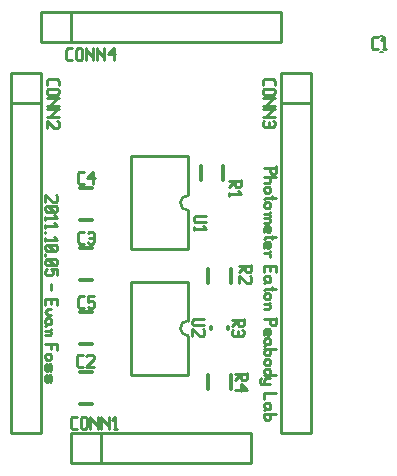
<source format=gbr>
G04 start of page 7 for group -4079 idx -4079 *
G04 Title: (unknown), topsilk *
G04 Creator: pcb 20110918 *
G04 CreationDate: Mon Jul 21 20:20:48 2014 UTC *
G04 For: fosse *
G04 Format: Gerber/RS-274X *
G04 PCB-Dimensions: 200000 300000 *
G04 PCB-Coordinate-Origin: lower left *
%MOIN*%
%FSLAX25Y25*%
%LNTOPSILK*%
%ADD39C,0.0130*%
%ADD38C,0.0080*%
%ADD37C,0.0100*%
G54D37*X130000Y151250D02*X134000D01*
Y151750D02*Y149750D01*
X133500Y149250D01*
X132500D02*X133500D01*
X132000Y149750D02*X132500Y149250D01*
X132000Y151250D02*Y149750D01*
X130000Y148050D02*X134000D01*
X131500D02*X132000Y147550D01*
Y146550D01*
X131500Y146050D01*
X130000D02*X131500D01*
X130500Y144850D02*X131500D01*
X132000Y144350D01*
Y143350D01*
X131500Y142850D01*
X130500D02*X131500D01*
X130000Y143350D02*X130500Y142850D01*
X130000Y144350D02*Y143350D01*
X130500Y144850D02*X130000Y144350D01*
X130500Y141150D02*X134000D01*
X130500D02*X130000Y140650D01*
X132500Y141650D02*Y140650D01*
X130500Y139650D02*X131500D01*
X132000Y139150D01*
Y138150D01*
X131500Y137650D01*
X130500D02*X131500D01*
X130000Y138150D02*X130500Y137650D01*
X130000Y139150D02*Y138150D01*
X130500Y139650D02*X130000Y139150D01*
Y135950D02*X131500D01*
X132000Y135450D01*
Y134950D01*
X131500Y134450D01*
X130000D02*X131500D01*
X132000Y133950D01*
Y133450D01*
X131500Y132950D01*
X130000D02*X131500D01*
X132000Y136450D02*X131500Y135950D01*
X130000Y131250D02*Y129750D01*
X130500Y131750D02*X130000Y131250D01*
X130500Y131750D02*X131500D01*
X132000Y131250D01*
Y130250D01*
X131500Y129750D01*
X131000Y131750D02*Y129750D01*
X131500D01*
X130500Y128050D02*X134000D01*
X130500D02*X130000Y127550D01*
X132500Y128550D02*Y127550D01*
X130000Y126050D02*Y124550D01*
X130500Y126550D02*X130000Y126050D01*
X130500Y126550D02*X131500D01*
X132000Y126050D01*
Y125050D01*
X131500Y124550D01*
X131000Y126550D02*Y124550D01*
X131500D01*
X130000Y122850D02*X131500D01*
X132000Y122350D01*
Y121350D01*
Y123350D02*X131500Y122850D01*
X132000Y118350D02*Y116850D01*
X130000Y118350D02*Y116350D01*
Y118350D02*X134000D01*
Y116350D01*
X132000Y113650D02*X131500Y113150D01*
X132000Y114650D02*Y113650D01*
X131500Y115150D02*X132000Y114650D01*
X130500Y115150D02*X131500D01*
X130500D02*X130000Y114650D01*
X130500Y113150D02*X132000D01*
X130500D02*X130000Y112650D01*
Y114650D02*Y113650D01*
X130500Y113150D01*
Y110950D02*X134000D01*
X130500D02*X130000Y110450D01*
X132500Y111450D02*Y110450D01*
X130500Y109450D02*X131500D01*
X132000Y108950D01*
Y107950D01*
X131500Y107450D01*
X130500D02*X131500D01*
X130000Y107950D02*X130500Y107450D01*
X130000Y108950D02*Y107950D01*
X130500Y109450D02*X130000Y108950D01*
Y105750D02*X131500D01*
X132000Y105250D01*
Y104750D01*
X131500Y104250D01*
X130000D02*X131500D01*
X132000Y106250D02*X131500Y105750D01*
X130000Y100750D02*X134000D01*
Y101250D02*Y99250D01*
X133500Y98750D01*
X132500D02*X133500D01*
X132000Y99250D02*X132500Y98750D01*
X132000Y100750D02*Y99250D01*
X130000Y97050D02*Y95550D01*
X130500Y97550D02*X130000Y97050D01*
X130500Y97550D02*X131500D01*
X132000Y97050D01*
Y96050D01*
X131500Y95550D01*
X131000Y97550D02*Y95550D01*
X131500D01*
X132000Y92850D02*X131500Y92350D01*
X132000Y93850D02*Y92850D01*
X131500Y94350D02*X132000Y93850D01*
X130500Y94350D02*X131500D01*
X130500D02*X130000Y93850D01*
X130500Y92350D02*X132000D01*
X130500D02*X130000Y91850D01*
Y93850D02*Y92850D01*
X130500Y92350D01*
X130000Y90650D02*X134000D01*
X130500D02*X130000Y90150D01*
Y89150D01*
X130500Y88650D01*
X131500D01*
X132000Y89150D02*X131500Y88650D01*
X132000Y90150D02*Y89150D01*
X131500Y90650D02*X132000Y90150D01*
X130500Y87450D02*X131500D01*
X132000Y86950D01*
Y85950D01*
X131500Y85450D01*
X130500D02*X131500D01*
X130000Y85950D02*X130500Y85450D01*
X130000Y86950D02*Y85950D01*
X130500Y87450D02*X130000Y86950D01*
Y82250D02*X134000D01*
X130000Y82750D02*X130500Y82250D01*
X130000Y83750D02*Y82750D01*
X130500Y84250D02*X130000Y83750D01*
X130500Y84250D02*X131500D01*
X132000Y83750D01*
Y82750D01*
X131500Y82250D01*
X130500Y81050D02*X132000D01*
X130500D02*X130000Y80550D01*
X129000Y79050D02*X132000D01*
X128500Y79550D02*X129000Y79050D01*
X128500Y80550D02*Y79550D01*
X129000Y81050D02*X128500Y80550D01*
X130000D02*Y79550D01*
X130500Y79050D01*
X130000Y76050D02*X134000D01*
X130000D02*Y74050D01*
X132000Y71350D02*X131500Y70850D01*
X132000Y72350D02*Y71350D01*
X131500Y72850D02*X132000Y72350D01*
X130500Y72850D02*X131500D01*
X130500D02*X130000Y72350D01*
X130500Y70850D02*X132000D01*
X130500D02*X130000Y70350D01*
Y72350D02*Y71350D01*
X130500Y70850D01*
X130000Y69150D02*X134000D01*
X130500D02*X130000Y68650D01*
Y67650D01*
X130500Y67150D01*
X131500D01*
X132000Y67650D02*X131500Y67150D01*
X132000Y68650D02*Y67650D01*
X131500Y69150D02*X132000Y68650D01*
X60500Y142250D02*X61000Y141750D01*
Y140250D01*
X60500Y139750D01*
X59500D02*X60500D01*
X57000Y142250D02*X59500Y139750D01*
X57000Y142250D02*Y139750D01*
X57500Y138550D02*X57000Y138050D01*
X57500Y138550D02*X60500D01*
X61000Y138050D01*
Y137050D01*
X60500Y136550D01*
X57500D02*X60500D01*
X57000Y137050D02*X57500Y136550D01*
X57000Y138050D02*Y137050D01*
X58000Y138550D02*X60000Y136550D01*
X57000Y134850D02*Y133850D01*
Y134350D02*X61000D01*
X60000Y135350D02*X61000Y134350D01*
X57000Y132150D02*Y131150D01*
Y131650D02*X61000D01*
X60000Y132650D02*X61000Y131650D01*
X57000Y129950D02*Y129450D01*
Y127750D02*Y126750D01*
Y127250D02*X61000D01*
X60000Y128250D02*X61000Y127250D01*
X57500Y125550D02*X57000Y125050D01*
X57500Y125550D02*X60500D01*
X61000Y125050D01*
Y124050D01*
X60500Y123550D01*
X57500D02*X60500D01*
X57000Y124050D02*X57500Y123550D01*
X57000Y125050D02*Y124050D01*
X58000Y125550D02*X60000Y123550D01*
X57000Y122350D02*Y121850D01*
X57500Y120650D02*X57000Y120150D01*
X57500Y120650D02*X60500D01*
X61000Y120150D01*
Y119150D01*
X60500Y118650D01*
X57500D02*X60500D01*
X57000Y119150D02*X57500Y118650D01*
X57000Y120150D02*Y119150D01*
X58000Y120650D02*X60000Y118650D01*
X61000Y117450D02*Y115450D01*
X59000Y117450D02*X61000D01*
X59000D02*X59500Y116950D01*
Y115950D01*
X59000Y115450D01*
X57500D02*X59000D01*
X57000Y115950D02*X57500Y115450D01*
X57000Y116950D02*Y115950D01*
X57500Y117450D02*X57000Y116950D01*
X59000Y112450D02*Y110450D01*
Y107450D02*Y105950D01*
X57000Y107450D02*Y105450D01*
Y107450D02*X61000D01*
Y105450D01*
X58000Y104250D02*X59000D01*
X58000D02*X57000Y103250D01*
X58000Y102250D01*
X59000D01*
Y99550D02*X58500Y99050D01*
X59000Y100550D02*Y99550D01*
X58500Y101050D02*X59000Y100550D01*
X57500Y101050D02*X58500D01*
X57500D02*X57000Y100550D01*
X57500Y99050D02*X59000D01*
X57500D02*X57000Y98550D01*
Y100550D02*Y99550D01*
X57500Y99050D01*
X57000Y96850D02*X58500D01*
X59000Y96350D01*
Y95850D01*
X58500Y95350D01*
X57000D02*X58500D01*
X59000Y97350D02*X58500Y96850D01*
X57000Y92350D02*X61000D01*
Y90350D01*
X59000Y92350D02*Y90850D01*
X57500Y89150D02*X58500D01*
X59000Y88650D01*
Y87650D01*
X58500Y87150D01*
X57500D02*X58500D01*
X57000Y87650D02*X57500Y87150D01*
X57000Y88650D02*Y87650D01*
X57500Y89150D02*X57000Y88650D01*
Y85450D02*Y83950D01*
X57500Y83450D01*
X58000Y83950D02*X57500Y83450D01*
X58000Y85450D02*Y83950D01*
X58500Y85950D02*X58000Y85450D01*
X58500Y85950D02*X59000Y85450D01*
Y83950D01*
X58500Y83450D01*
X57500Y85950D02*X57000Y85450D01*
Y81750D02*Y80250D01*
X57500Y79750D01*
X58000Y80250D02*X57500Y79750D01*
X58000Y81750D02*Y80250D01*
X58500Y82250D02*X58000Y81750D01*
X58500Y82250D02*X59000Y81750D01*
Y80250D01*
X58500Y79750D01*
X57500Y82250D02*X57000Y81750D01*
G54D38*X168564Y195255D02*X169350D01*
X168564Y189745D02*X169350D01*
G54D37*X55500Y203000D02*X65500D01*
Y193000D01*
X55500Y203000D02*Y193000D01*
Y203000D02*X135500D01*
Y193000D01*
X55500D02*X135500D01*
X104500Y137000D02*Y124000D01*
Y155000D02*Y142000D01*
X85500Y124000D02*X104500D01*
X85500Y155000D02*Y124000D01*
Y155000D02*X104500D01*
Y142000D02*G75*G03X104500Y137000I0J-2500D01*G01*
Y95250D02*Y82250D01*
Y113250D02*Y100250D01*
X85500Y82250D02*X104500D01*
X85500Y113250D02*Y82250D01*
Y113250D02*X104500D01*
Y100250D02*G75*G03X104500Y95250I0J-2500D01*G01*
X55500Y172750D02*Y182750D01*
X45500Y172750D02*X55500D01*
Y182750D02*X45500D01*
X55500Y62750D02*Y182750D01*
X45500Y62750D02*X55500D01*
X45500Y182750D02*Y62750D01*
X65500D02*X75500D01*
Y52750D01*
X65500Y62750D02*Y52750D01*
Y62750D02*X125500D01*
Y52750D01*
X65500D02*X125500D01*
G54D39*X108760Y151871D02*Y147147D01*
X116240Y151871D02*Y147147D01*
G54D37*X145500Y172750D02*Y182750D01*
X135500Y172750D02*X145500D01*
Y182750D02*X135500D01*
X145500Y62750D02*Y182750D01*
X135500Y62750D02*X145500D01*
X135500Y182750D02*Y62750D01*
G54D39*X111260Y117612D02*Y112888D01*
X118740Y117612D02*Y112888D01*
X68532Y113936D02*X72468D01*
X68532Y124564D02*X72468D01*
X68532Y133936D02*X72468D01*
X68532Y144564D02*X72468D01*
X112245Y98143D02*Y97357D01*
X117755Y98143D02*Y97357D01*
X68532Y92436D02*X72468D01*
X68532Y103064D02*X72468D01*
X111260Y82112D02*Y77388D01*
X118740Y82112D02*Y77388D01*
X68532Y72436D02*X72468D01*
X68532Y83064D02*X72468D01*
G54D37*X166307Y190650D02*X167807D01*
X165807Y191150D02*X166307Y190650D01*
X165807Y194150D02*Y191150D01*
Y194150D02*X166307Y194650D01*
X167807D01*
X169507Y190650D02*X170507D01*
X170007Y194650D02*Y190650D01*
X169007Y193650D02*X170007Y194650D01*
X129500Y180250D02*Y178750D01*
X130000Y180750D02*X129500Y180250D01*
X130000Y180750D02*X133000D01*
X133500Y180250D01*
Y178750D01*
X130000Y177550D02*X133000D01*
X133500Y177050D01*
Y176050D01*
X133000Y175550D01*
X130000D02*X133000D01*
X129500Y176050D02*X130000Y175550D01*
X129500Y177050D02*Y176050D01*
X130000Y177550D02*X129500Y177050D01*
Y174350D02*X133500D01*
X133000D02*X133500D01*
X133000D02*X130500Y171850D01*
X129500D02*X133500D01*
X129500Y170650D02*X133500D01*
X133000D02*X133500D01*
X133000D02*X130500Y168150D01*
X129500D02*X133500D01*
X133000Y166950D02*X133500Y166450D01*
Y165450D01*
X133000Y164950D01*
X130000D02*X133000D01*
X129500Y165450D02*X130000Y164950D01*
X129500Y166450D02*Y165450D01*
X130000Y166950D02*X129500Y166450D01*
X131500D02*Y164950D01*
X107000Y135000D02*X110500D01*
X107000D02*X106500Y134500D01*
Y133500D01*
X107000Y133000D01*
X110500D01*
X106500Y131300D02*Y130300D01*
Y130800D02*X110500D01*
X109500Y131800D02*X110500Y130800D01*
X106500Y100750D02*X110000D01*
X106500D02*X106000Y100250D01*
Y99250D01*
X106500Y98750D01*
X110000D01*
X109500Y97550D02*X110000Y97050D01*
Y95550D01*
X109500Y95050D01*
X108500D02*X109500D01*
X106000Y97550D02*X108500Y95050D01*
X106000Y97550D02*Y95050D01*
X122150Y147159D02*Y145159D01*
X121650Y144659D01*
X120650D02*X121650D01*
X120150Y145159D02*X120650Y144659D01*
X120150Y146659D02*Y145159D01*
X118150Y146659D02*X122150D01*
X120150D02*X118150Y144659D01*
Y142959D02*Y141959D01*
Y142459D02*X122150D01*
X121150Y143459D02*X122150Y142459D01*
X68255Y145900D02*X69755D01*
X67755Y146400D02*X68255Y145900D01*
X67755Y149400D02*Y146400D01*
Y149400D02*X68255Y149900D01*
X69755D01*
X70955Y147900D02*X72955Y149900D01*
X70955Y147900D02*X73455D01*
X72955Y149900D02*Y145900D01*
X57500Y180250D02*Y178750D01*
X58000Y180750D02*X57500Y180250D01*
X58000Y180750D02*X61000D01*
X61500Y180250D01*
Y178750D01*
X58000Y177550D02*X61000D01*
X61500Y177050D01*
Y176050D01*
X61000Y175550D01*
X58000D02*X61000D01*
X57500Y176050D02*X58000Y175550D01*
X57500Y177050D02*Y176050D01*
X58000Y177550D02*X57500Y177050D01*
Y174350D02*X61500D01*
X61000D02*X61500D01*
X61000D02*X58500Y171850D01*
X57500D02*X61500D01*
X57500Y170650D02*X61500D01*
X61000D02*X61500D01*
X61000D02*X58500Y168150D01*
X57500D02*X61500D01*
X61000Y166950D02*X61500Y166450D01*
Y164950D01*
X61000Y164450D01*
X60000D02*X61000D01*
X57500Y166950D02*X60000Y164450D01*
X57500Y166950D02*Y164450D01*
X125650Y118943D02*Y116943D01*
X125150Y116443D01*
X124150D02*X125150D01*
X123650Y116943D02*X124150Y116443D01*
X123650Y118443D02*Y116943D01*
X121650Y118443D02*X125650D01*
X123650D02*X121650Y116443D01*
X125150Y115243D02*X125650Y114743D01*
Y113243D01*
X125150Y112743D01*
X124150D02*X125150D01*
X121650Y115243D02*X124150Y112743D01*
X121650Y115243D02*Y112743D01*
X68350Y125900D02*X69850D01*
X67850Y126400D02*X68350Y125900D01*
X67850Y129400D02*Y126400D01*
Y129400D02*X68350Y129900D01*
X69850D01*
X71050Y129400D02*X71550Y129900D01*
X72550D01*
X73050Y129400D01*
Y126400D01*
X72550Y125900D02*X73050Y126400D01*
X71550Y125900D02*X72550D01*
X71050Y126400D02*X71550Y125900D01*
Y127900D02*X73050D01*
X123150Y100857D02*Y98857D01*
X122650Y98357D01*
X121650D02*X122650D01*
X121150Y98857D02*X121650Y98357D01*
X121150Y100357D02*Y98857D01*
X119150Y100357D02*X123150D01*
X121150D02*X119150Y98357D01*
X122650Y97157D02*X123150Y96657D01*
Y95657D01*
X122650Y95157D01*
X119650D02*X122650D01*
X119150Y95657D02*X119650Y95157D01*
X119150Y96657D02*Y95657D01*
X119650Y97157D02*X119150Y96657D01*
X121150D02*Y95157D01*
X124150Y82857D02*Y80857D01*
X123650Y80357D01*
X122650D02*X123650D01*
X122150Y80857D02*X122650Y80357D01*
X122150Y82357D02*Y80857D01*
X120150Y82357D02*X124150D01*
X122150D02*X120150Y80357D01*
X122150Y79157D02*X124150Y77157D01*
X122150Y79157D02*Y76657D01*
X120150Y77157D02*X124150D01*
X67893Y84900D02*X69393D01*
X67393Y85400D02*X67893Y84900D01*
X67393Y88400D02*Y85400D01*
Y88400D02*X67893Y88900D01*
X69393D01*
X70593Y88400D02*X71093Y88900D01*
X72593D01*
X73093Y88400D01*
Y87400D01*
X70593Y84900D02*X73093Y87400D01*
X70593Y84900D02*X73093D01*
X68350Y104400D02*X69850D01*
X67850Y104900D02*X68350Y104400D01*
X67850Y107900D02*Y104900D01*
Y107900D02*X68350Y108400D01*
X69850D01*
X71050D02*X73050D01*
X71050D02*Y106400D01*
X71550Y106900D01*
X72550D01*
X73050Y106400D01*
Y104900D01*
X72550Y104400D02*X73050Y104900D01*
X71550Y104400D02*X72550D01*
X71050Y104900D02*X71550Y104400D01*
X66000Y64250D02*X67500D01*
X65500Y64750D02*X66000Y64250D01*
X65500Y67750D02*Y64750D01*
Y67750D02*X66000Y68250D01*
X67500D01*
X68700Y67750D02*Y64750D01*
Y67750D02*X69200Y68250D01*
X70200D01*
X70700Y67750D01*
Y64750D01*
X70200Y64250D02*X70700Y64750D01*
X69200Y64250D02*X70200D01*
X68700Y64750D02*X69200Y64250D01*
X71900Y68250D02*Y64250D01*
Y68250D02*Y67750D01*
X74400Y65250D01*
Y68250D02*Y64250D01*
X75600Y68250D02*Y64250D01*
Y68250D02*Y67750D01*
X78100Y65250D01*
Y68250D02*Y64250D01*
X79800D02*X80800D01*
X80300Y68250D02*Y64250D01*
X79300Y67250D02*X80300Y68250D01*
X64500Y187000D02*X66000D01*
X64000Y187500D02*X64500Y187000D01*
X64000Y190500D02*Y187500D01*
Y190500D02*X64500Y191000D01*
X66000D01*
X67200Y190500D02*Y187500D01*
Y190500D02*X67700Y191000D01*
X68700D01*
X69200Y190500D01*
Y187500D01*
X68700Y187000D02*X69200Y187500D01*
X67700Y187000D02*X68700D01*
X67200Y187500D02*X67700Y187000D01*
X70400Y191000D02*Y187000D01*
Y191000D02*Y190500D01*
X72900Y188000D01*
Y191000D02*Y187000D01*
X74100Y191000D02*Y187000D01*
Y191000D02*Y190500D01*
X76600Y188000D01*
Y191000D02*Y187000D01*
X77800Y189000D02*X79800Y191000D01*
X77800Y189000D02*X80300D01*
X79800Y191000D02*Y187000D01*
M02*

</source>
